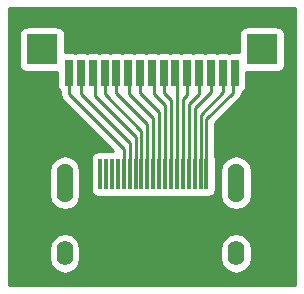
<source format=gbr>
G04 #@! TF.FileFunction,Copper,L1,Top,Signal*
%FSLAX46Y46*%
G04 Gerber Fmt 4.6, Leading zero omitted, Abs format (unit mm)*
G04 Created by KiCad (PCBNEW 4.0.4-stable) date Tuesday 14 February 2017 01:11:44*
%MOMM*%
%LPD*%
G01*
G04 APERTURE LIST*
%ADD10C,0.100000*%
%ADD11R,0.700000X2.200000*%
%ADD12R,2.600000X2.600000*%
%ADD13O,1.400000X2.100000*%
%ADD14O,1.400000X3.300000*%
%ADD15R,0.300000X2.600000*%
%ADD16C,0.250000*%
%ADD17C,0.254000*%
G04 APERTURE END LIST*
D10*
D11*
X168165001Y-109315000D03*
X167165001Y-109315000D03*
X166165001Y-109315000D03*
X165165001Y-109315000D03*
X164165001Y-109315000D03*
X163165001Y-109315000D03*
X162165001Y-109315000D03*
X161165001Y-109315000D03*
X160165001Y-109315000D03*
X159165001Y-109315000D03*
X158165001Y-109315000D03*
X157165001Y-109315000D03*
X156165001Y-109315000D03*
X155165001Y-109315000D03*
X154165001Y-109315000D03*
D12*
X151865001Y-107315000D03*
X170465001Y-107315000D03*
D13*
X153786000Y-124578000D03*
X168286000Y-124578000D03*
D14*
X153786000Y-118618000D03*
X168286000Y-118618000D03*
D15*
X165786000Y-117868000D03*
X165286000Y-117868000D03*
X164786000Y-117868000D03*
X164286000Y-117868000D03*
X163786000Y-117868000D03*
X163286000Y-117868000D03*
X162786000Y-117868000D03*
X162286000Y-117868000D03*
X161786000Y-117868000D03*
X161286000Y-117868000D03*
X160786000Y-117868000D03*
X160286000Y-117868000D03*
X159786000Y-117868000D03*
X159286000Y-117868000D03*
X158786000Y-117868000D03*
X158286000Y-117868000D03*
X157786000Y-117868000D03*
X157286000Y-117868000D03*
X156786000Y-117868000D03*
D16*
X165786000Y-117868000D02*
X165786000Y-113233000D01*
X168021000Y-110998000D02*
X168021000Y-109459001D01*
X165786000Y-113233000D02*
X168021000Y-110998000D01*
X168021000Y-109459001D02*
X168165001Y-109315000D01*
X165286000Y-117868000D02*
X165286000Y-112844000D01*
X167165001Y-110964999D02*
X167165001Y-109315000D01*
X165286000Y-112844000D02*
X167165001Y-110964999D01*
X164786000Y-117868000D02*
X164786000Y-112317998D01*
X166165001Y-110938997D02*
X166165001Y-109315000D01*
X164786000Y-112317998D02*
X166165001Y-110938997D01*
X164286000Y-117868000D02*
X164286000Y-111939000D01*
X165165001Y-111059999D02*
X165165001Y-109315000D01*
X164286000Y-111939000D02*
X165165001Y-111059999D01*
X163786000Y-117868000D02*
X163786000Y-111550000D01*
X164165001Y-111170999D02*
X164165001Y-109315000D01*
X163786000Y-111550000D02*
X164165001Y-111170999D01*
X163286000Y-117868000D02*
X163286000Y-109435999D01*
X163286000Y-109435999D02*
X163165001Y-109315000D01*
X162786000Y-117868000D02*
X162786000Y-111605000D01*
X162165001Y-110984001D02*
X162165001Y-109315000D01*
X162786000Y-111605000D02*
X162165001Y-110984001D01*
X162286000Y-117868000D02*
X162286000Y-112063998D01*
X161347002Y-111125000D02*
X161347002Y-109497001D01*
X162286000Y-112063998D02*
X161347002Y-111125000D01*
X161347002Y-109497001D02*
X161165001Y-109315000D01*
X161290000Y-110139999D02*
X161165001Y-110015000D01*
X161786000Y-117868000D02*
X161786000Y-112637000D01*
X160147000Y-110998000D02*
X160147000Y-109333001D01*
X161786000Y-112637000D02*
X160147000Y-110998000D01*
X160147000Y-109333001D02*
X160165001Y-109315000D01*
X161286000Y-117868000D02*
X161286000Y-113153000D01*
X159258000Y-111125000D02*
X159258000Y-109407999D01*
X161286000Y-113153000D02*
X159258000Y-111125000D01*
X159258000Y-109407999D02*
X159165001Y-109315000D01*
X160786000Y-117868000D02*
X160786000Y-113669000D01*
X158115000Y-110998000D02*
X158115000Y-109365001D01*
X160786000Y-113669000D02*
X158115000Y-110998000D01*
X158115000Y-109365001D02*
X158165001Y-109315000D01*
X160286000Y-117868000D02*
X160286000Y-114185000D01*
X157226000Y-111125000D02*
X157226000Y-109375999D01*
X160286000Y-114185000D02*
X157226000Y-111125000D01*
X157226000Y-109375999D02*
X157165001Y-109315000D01*
X159786000Y-117868000D02*
X159786000Y-114701000D01*
X156337000Y-111252000D02*
X156337000Y-109486999D01*
X159786000Y-114701000D02*
X156337000Y-111252000D01*
X156337000Y-109486999D02*
X156165001Y-109315000D01*
X159286000Y-117868000D02*
X159286000Y-115217000D01*
X155194000Y-111125000D02*
X155194000Y-109343999D01*
X159286000Y-115217000D02*
X155194000Y-111125000D01*
X155194000Y-109343999D02*
X155165001Y-109315000D01*
X158786000Y-117868000D02*
X158786000Y-115733000D01*
X154178000Y-111125000D02*
X154178000Y-109327999D01*
X158786000Y-115733000D02*
X154178000Y-111125000D01*
X154178000Y-109327999D02*
X154165001Y-109315000D01*
D17*
G36*
X173280000Y-127306000D02*
X149046000Y-127306000D01*
X149046000Y-124194989D01*
X152451000Y-124194989D01*
X152451000Y-124961011D01*
X152552621Y-125471893D01*
X152842012Y-125904999D01*
X153275118Y-126194390D01*
X153786000Y-126296011D01*
X154296882Y-126194390D01*
X154729988Y-125904999D01*
X155019379Y-125471893D01*
X155121000Y-124961011D01*
X155121000Y-124194989D01*
X166951000Y-124194989D01*
X166951000Y-124961011D01*
X167052621Y-125471893D01*
X167342012Y-125904999D01*
X167775118Y-126194390D01*
X168286000Y-126296011D01*
X168796882Y-126194390D01*
X169229988Y-125904999D01*
X169519379Y-125471893D01*
X169621000Y-124961011D01*
X169621000Y-124194989D01*
X169519379Y-123684107D01*
X169229988Y-123251001D01*
X168796882Y-122961610D01*
X168286000Y-122859989D01*
X167775118Y-122961610D01*
X167342012Y-123251001D01*
X167052621Y-123684107D01*
X166951000Y-124194989D01*
X155121000Y-124194989D01*
X155019379Y-123684107D01*
X154729988Y-123251001D01*
X154296882Y-122961610D01*
X153786000Y-122859989D01*
X153275118Y-122961610D01*
X152842012Y-123251001D01*
X152552621Y-123684107D01*
X152451000Y-124194989D01*
X149046000Y-124194989D01*
X149046000Y-117623234D01*
X152451000Y-117623234D01*
X152451000Y-119612766D01*
X152552621Y-120123648D01*
X152842012Y-120556754D01*
X153275118Y-120846145D01*
X153786000Y-120947766D01*
X154296882Y-120846145D01*
X154729988Y-120556754D01*
X155019379Y-120123648D01*
X155121000Y-119612766D01*
X155121000Y-117623234D01*
X155019379Y-117112352D01*
X154729988Y-116679246D01*
X154296882Y-116389855D01*
X153786000Y-116288234D01*
X153275118Y-116389855D01*
X152842012Y-116679246D01*
X152552621Y-117112352D01*
X152451000Y-117623234D01*
X149046000Y-117623234D01*
X149046000Y-106015000D01*
X149917561Y-106015000D01*
X149917561Y-108615000D01*
X149930001Y-108681113D01*
X149930001Y-108741310D01*
X149950756Y-108791418D01*
X149961839Y-108850317D01*
X149999208Y-108908390D01*
X150026674Y-108974699D01*
X150069316Y-109017340D01*
X150100911Y-109066441D01*
X150156181Y-109104206D01*
X150205303Y-109153327D01*
X150263127Y-109177279D01*
X150313111Y-109211431D01*
X150376634Y-109224295D01*
X150438692Y-109250000D01*
X150503570Y-109250000D01*
X150565001Y-109262440D01*
X153165001Y-109262440D01*
X153167561Y-109261958D01*
X153167561Y-110415000D01*
X153211839Y-110650317D01*
X153350911Y-110866441D01*
X153418000Y-110912281D01*
X153418000Y-111125000D01*
X153475852Y-111415839D01*
X153640599Y-111662401D01*
X157898758Y-115920560D01*
X157636000Y-115920560D01*
X157532329Y-115940067D01*
X157436000Y-115920560D01*
X157136000Y-115920560D01*
X157032329Y-115940067D01*
X156936000Y-115920560D01*
X156636000Y-115920560D01*
X156400683Y-115964838D01*
X156184559Y-116103910D01*
X156039569Y-116316110D01*
X155988560Y-116568000D01*
X155988560Y-119168000D01*
X156032838Y-119403317D01*
X156171910Y-119619441D01*
X156384110Y-119764431D01*
X156636000Y-119815440D01*
X156936000Y-119815440D01*
X157039671Y-119795933D01*
X157136000Y-119815440D01*
X157436000Y-119815440D01*
X157539671Y-119795933D01*
X157636000Y-119815440D01*
X157936000Y-119815440D01*
X158039671Y-119795933D01*
X158136000Y-119815440D01*
X158436000Y-119815440D01*
X158539671Y-119795933D01*
X158636000Y-119815440D01*
X158936000Y-119815440D01*
X159039671Y-119795933D01*
X159136000Y-119815440D01*
X159436000Y-119815440D01*
X159539671Y-119795933D01*
X159636000Y-119815440D01*
X159936000Y-119815440D01*
X160039671Y-119795933D01*
X160136000Y-119815440D01*
X160436000Y-119815440D01*
X160539671Y-119795933D01*
X160636000Y-119815440D01*
X160936000Y-119815440D01*
X161039671Y-119795933D01*
X161136000Y-119815440D01*
X161436000Y-119815440D01*
X161539671Y-119795933D01*
X161636000Y-119815440D01*
X161936000Y-119815440D01*
X162039671Y-119795933D01*
X162136000Y-119815440D01*
X162436000Y-119815440D01*
X162539671Y-119795933D01*
X162636000Y-119815440D01*
X162936000Y-119815440D01*
X163039671Y-119795933D01*
X163136000Y-119815440D01*
X163436000Y-119815440D01*
X163539671Y-119795933D01*
X163636000Y-119815440D01*
X163936000Y-119815440D01*
X164039671Y-119795933D01*
X164136000Y-119815440D01*
X164436000Y-119815440D01*
X164539671Y-119795933D01*
X164636000Y-119815440D01*
X164936000Y-119815440D01*
X165039671Y-119795933D01*
X165136000Y-119815440D01*
X165436000Y-119815440D01*
X165539671Y-119795933D01*
X165636000Y-119815440D01*
X165936000Y-119815440D01*
X166171317Y-119771162D01*
X166387441Y-119632090D01*
X166532431Y-119419890D01*
X166583440Y-119168000D01*
X166583440Y-117623234D01*
X166951000Y-117623234D01*
X166951000Y-119612766D01*
X167052621Y-120123648D01*
X167342012Y-120556754D01*
X167775118Y-120846145D01*
X168286000Y-120947766D01*
X168796882Y-120846145D01*
X169229988Y-120556754D01*
X169519379Y-120123648D01*
X169621000Y-119612766D01*
X169621000Y-117623234D01*
X169519379Y-117112352D01*
X169229988Y-116679246D01*
X168796882Y-116389855D01*
X168286000Y-116288234D01*
X167775118Y-116389855D01*
X167342012Y-116679246D01*
X167052621Y-117112352D01*
X166951000Y-117623234D01*
X166583440Y-117623234D01*
X166583440Y-116568000D01*
X166546000Y-116369024D01*
X166546000Y-113547802D01*
X168558401Y-111535401D01*
X168723148Y-111288840D01*
X168780904Y-110998480D01*
X168966442Y-110879090D01*
X169111432Y-110666890D01*
X169162441Y-110415000D01*
X169162441Y-109261922D01*
X169165001Y-109262440D01*
X171765001Y-109262440D01*
X171831114Y-109250000D01*
X171891310Y-109250000D01*
X171941417Y-109229245D01*
X172000318Y-109218162D01*
X172058392Y-109180792D01*
X172124699Y-109153327D01*
X172167340Y-109110686D01*
X172216442Y-109079090D01*
X172254206Y-109023821D01*
X172303328Y-108974699D01*
X172327281Y-108916872D01*
X172361432Y-108866890D01*
X172374295Y-108803369D01*
X172400001Y-108741310D01*
X172400001Y-108676431D01*
X172412441Y-108615000D01*
X172412441Y-106015000D01*
X172400001Y-105948887D01*
X172400001Y-105888690D01*
X172379246Y-105838582D01*
X172368163Y-105779683D01*
X172330794Y-105721610D01*
X172303328Y-105655301D01*
X172260686Y-105612660D01*
X172229091Y-105563559D01*
X172173821Y-105525794D01*
X172124699Y-105476673D01*
X172066875Y-105452721D01*
X172016891Y-105418569D01*
X171953368Y-105405705D01*
X171891310Y-105380000D01*
X171826432Y-105380000D01*
X171765001Y-105367560D01*
X169165001Y-105367560D01*
X169098888Y-105380000D01*
X169038692Y-105380000D01*
X168988585Y-105400755D01*
X168929684Y-105411838D01*
X168871610Y-105449208D01*
X168805303Y-105476673D01*
X168762662Y-105519314D01*
X168713560Y-105550910D01*
X168675796Y-105606179D01*
X168626674Y-105655301D01*
X168602721Y-105713128D01*
X168568570Y-105763110D01*
X168555707Y-105826631D01*
X168530001Y-105888690D01*
X168530001Y-105953569D01*
X168517561Y-106015000D01*
X168517561Y-107568078D01*
X168515001Y-107567560D01*
X167815001Y-107567560D01*
X167659494Y-107596821D01*
X167515001Y-107567560D01*
X166815001Y-107567560D01*
X166659494Y-107596821D01*
X166515001Y-107567560D01*
X165815001Y-107567560D01*
X165659494Y-107596821D01*
X165515001Y-107567560D01*
X164815001Y-107567560D01*
X164659494Y-107596821D01*
X164515001Y-107567560D01*
X163815001Y-107567560D01*
X163659494Y-107596821D01*
X163515001Y-107567560D01*
X162815001Y-107567560D01*
X162659494Y-107596821D01*
X162515001Y-107567560D01*
X161815001Y-107567560D01*
X161659494Y-107596821D01*
X161515001Y-107567560D01*
X160815001Y-107567560D01*
X160659494Y-107596821D01*
X160515001Y-107567560D01*
X159815001Y-107567560D01*
X159659494Y-107596821D01*
X159515001Y-107567560D01*
X158815001Y-107567560D01*
X158659494Y-107596821D01*
X158515001Y-107567560D01*
X157815001Y-107567560D01*
X157659494Y-107596821D01*
X157515001Y-107567560D01*
X156815001Y-107567560D01*
X156659494Y-107596821D01*
X156515001Y-107567560D01*
X155815001Y-107567560D01*
X155659494Y-107596821D01*
X155515001Y-107567560D01*
X154815001Y-107567560D01*
X154659494Y-107596821D01*
X154515001Y-107567560D01*
X153815001Y-107567560D01*
X153812441Y-107568042D01*
X153812441Y-106015000D01*
X153800001Y-105948887D01*
X153800001Y-105888690D01*
X153779246Y-105838582D01*
X153768163Y-105779683D01*
X153730794Y-105721610D01*
X153703328Y-105655301D01*
X153660686Y-105612660D01*
X153629091Y-105563559D01*
X153573821Y-105525794D01*
X153524699Y-105476673D01*
X153466875Y-105452721D01*
X153416891Y-105418569D01*
X153353368Y-105405705D01*
X153291310Y-105380000D01*
X153226432Y-105380000D01*
X153165001Y-105367560D01*
X150565001Y-105367560D01*
X150498888Y-105380000D01*
X150438692Y-105380000D01*
X150388585Y-105400755D01*
X150329684Y-105411838D01*
X150271610Y-105449208D01*
X150205303Y-105476673D01*
X150162662Y-105519314D01*
X150113560Y-105550910D01*
X150075796Y-105606179D01*
X150026674Y-105655301D01*
X150002721Y-105713128D01*
X149968570Y-105763110D01*
X149955707Y-105826631D01*
X149930001Y-105888690D01*
X149930001Y-105953569D01*
X149917561Y-106015000D01*
X149046000Y-106015000D01*
X149046000Y-103834000D01*
X173280000Y-103834000D01*
X173280000Y-127306000D01*
X173280000Y-127306000D01*
G37*
X173280000Y-127306000D02*
X149046000Y-127306000D01*
X149046000Y-124194989D01*
X152451000Y-124194989D01*
X152451000Y-124961011D01*
X152552621Y-125471893D01*
X152842012Y-125904999D01*
X153275118Y-126194390D01*
X153786000Y-126296011D01*
X154296882Y-126194390D01*
X154729988Y-125904999D01*
X155019379Y-125471893D01*
X155121000Y-124961011D01*
X155121000Y-124194989D01*
X166951000Y-124194989D01*
X166951000Y-124961011D01*
X167052621Y-125471893D01*
X167342012Y-125904999D01*
X167775118Y-126194390D01*
X168286000Y-126296011D01*
X168796882Y-126194390D01*
X169229988Y-125904999D01*
X169519379Y-125471893D01*
X169621000Y-124961011D01*
X169621000Y-124194989D01*
X169519379Y-123684107D01*
X169229988Y-123251001D01*
X168796882Y-122961610D01*
X168286000Y-122859989D01*
X167775118Y-122961610D01*
X167342012Y-123251001D01*
X167052621Y-123684107D01*
X166951000Y-124194989D01*
X155121000Y-124194989D01*
X155019379Y-123684107D01*
X154729988Y-123251001D01*
X154296882Y-122961610D01*
X153786000Y-122859989D01*
X153275118Y-122961610D01*
X152842012Y-123251001D01*
X152552621Y-123684107D01*
X152451000Y-124194989D01*
X149046000Y-124194989D01*
X149046000Y-117623234D01*
X152451000Y-117623234D01*
X152451000Y-119612766D01*
X152552621Y-120123648D01*
X152842012Y-120556754D01*
X153275118Y-120846145D01*
X153786000Y-120947766D01*
X154296882Y-120846145D01*
X154729988Y-120556754D01*
X155019379Y-120123648D01*
X155121000Y-119612766D01*
X155121000Y-117623234D01*
X155019379Y-117112352D01*
X154729988Y-116679246D01*
X154296882Y-116389855D01*
X153786000Y-116288234D01*
X153275118Y-116389855D01*
X152842012Y-116679246D01*
X152552621Y-117112352D01*
X152451000Y-117623234D01*
X149046000Y-117623234D01*
X149046000Y-106015000D01*
X149917561Y-106015000D01*
X149917561Y-108615000D01*
X149930001Y-108681113D01*
X149930001Y-108741310D01*
X149950756Y-108791418D01*
X149961839Y-108850317D01*
X149999208Y-108908390D01*
X150026674Y-108974699D01*
X150069316Y-109017340D01*
X150100911Y-109066441D01*
X150156181Y-109104206D01*
X150205303Y-109153327D01*
X150263127Y-109177279D01*
X150313111Y-109211431D01*
X150376634Y-109224295D01*
X150438692Y-109250000D01*
X150503570Y-109250000D01*
X150565001Y-109262440D01*
X153165001Y-109262440D01*
X153167561Y-109261958D01*
X153167561Y-110415000D01*
X153211839Y-110650317D01*
X153350911Y-110866441D01*
X153418000Y-110912281D01*
X153418000Y-111125000D01*
X153475852Y-111415839D01*
X153640599Y-111662401D01*
X157898758Y-115920560D01*
X157636000Y-115920560D01*
X157532329Y-115940067D01*
X157436000Y-115920560D01*
X157136000Y-115920560D01*
X157032329Y-115940067D01*
X156936000Y-115920560D01*
X156636000Y-115920560D01*
X156400683Y-115964838D01*
X156184559Y-116103910D01*
X156039569Y-116316110D01*
X155988560Y-116568000D01*
X155988560Y-119168000D01*
X156032838Y-119403317D01*
X156171910Y-119619441D01*
X156384110Y-119764431D01*
X156636000Y-119815440D01*
X156936000Y-119815440D01*
X157039671Y-119795933D01*
X157136000Y-119815440D01*
X157436000Y-119815440D01*
X157539671Y-119795933D01*
X157636000Y-119815440D01*
X157936000Y-119815440D01*
X158039671Y-119795933D01*
X158136000Y-119815440D01*
X158436000Y-119815440D01*
X158539671Y-119795933D01*
X158636000Y-119815440D01*
X158936000Y-119815440D01*
X159039671Y-119795933D01*
X159136000Y-119815440D01*
X159436000Y-119815440D01*
X159539671Y-119795933D01*
X159636000Y-119815440D01*
X159936000Y-119815440D01*
X160039671Y-119795933D01*
X160136000Y-119815440D01*
X160436000Y-119815440D01*
X160539671Y-119795933D01*
X160636000Y-119815440D01*
X160936000Y-119815440D01*
X161039671Y-119795933D01*
X161136000Y-119815440D01*
X161436000Y-119815440D01*
X161539671Y-119795933D01*
X161636000Y-119815440D01*
X161936000Y-119815440D01*
X162039671Y-119795933D01*
X162136000Y-119815440D01*
X162436000Y-119815440D01*
X162539671Y-119795933D01*
X162636000Y-119815440D01*
X162936000Y-119815440D01*
X163039671Y-119795933D01*
X163136000Y-119815440D01*
X163436000Y-119815440D01*
X163539671Y-119795933D01*
X163636000Y-119815440D01*
X163936000Y-119815440D01*
X164039671Y-119795933D01*
X164136000Y-119815440D01*
X164436000Y-119815440D01*
X164539671Y-119795933D01*
X164636000Y-119815440D01*
X164936000Y-119815440D01*
X165039671Y-119795933D01*
X165136000Y-119815440D01*
X165436000Y-119815440D01*
X165539671Y-119795933D01*
X165636000Y-119815440D01*
X165936000Y-119815440D01*
X166171317Y-119771162D01*
X166387441Y-119632090D01*
X166532431Y-119419890D01*
X166583440Y-119168000D01*
X166583440Y-117623234D01*
X166951000Y-117623234D01*
X166951000Y-119612766D01*
X167052621Y-120123648D01*
X167342012Y-120556754D01*
X167775118Y-120846145D01*
X168286000Y-120947766D01*
X168796882Y-120846145D01*
X169229988Y-120556754D01*
X169519379Y-120123648D01*
X169621000Y-119612766D01*
X169621000Y-117623234D01*
X169519379Y-117112352D01*
X169229988Y-116679246D01*
X168796882Y-116389855D01*
X168286000Y-116288234D01*
X167775118Y-116389855D01*
X167342012Y-116679246D01*
X167052621Y-117112352D01*
X166951000Y-117623234D01*
X166583440Y-117623234D01*
X166583440Y-116568000D01*
X166546000Y-116369024D01*
X166546000Y-113547802D01*
X168558401Y-111535401D01*
X168723148Y-111288840D01*
X168780904Y-110998480D01*
X168966442Y-110879090D01*
X169111432Y-110666890D01*
X169162441Y-110415000D01*
X169162441Y-109261922D01*
X169165001Y-109262440D01*
X171765001Y-109262440D01*
X171831114Y-109250000D01*
X171891310Y-109250000D01*
X171941417Y-109229245D01*
X172000318Y-109218162D01*
X172058392Y-109180792D01*
X172124699Y-109153327D01*
X172167340Y-109110686D01*
X172216442Y-109079090D01*
X172254206Y-109023821D01*
X172303328Y-108974699D01*
X172327281Y-108916872D01*
X172361432Y-108866890D01*
X172374295Y-108803369D01*
X172400001Y-108741310D01*
X172400001Y-108676431D01*
X172412441Y-108615000D01*
X172412441Y-106015000D01*
X172400001Y-105948887D01*
X172400001Y-105888690D01*
X172379246Y-105838582D01*
X172368163Y-105779683D01*
X172330794Y-105721610D01*
X172303328Y-105655301D01*
X172260686Y-105612660D01*
X172229091Y-105563559D01*
X172173821Y-105525794D01*
X172124699Y-105476673D01*
X172066875Y-105452721D01*
X172016891Y-105418569D01*
X171953368Y-105405705D01*
X171891310Y-105380000D01*
X171826432Y-105380000D01*
X171765001Y-105367560D01*
X169165001Y-105367560D01*
X169098888Y-105380000D01*
X169038692Y-105380000D01*
X168988585Y-105400755D01*
X168929684Y-105411838D01*
X168871610Y-105449208D01*
X168805303Y-105476673D01*
X168762662Y-105519314D01*
X168713560Y-105550910D01*
X168675796Y-105606179D01*
X168626674Y-105655301D01*
X168602721Y-105713128D01*
X168568570Y-105763110D01*
X168555707Y-105826631D01*
X168530001Y-105888690D01*
X168530001Y-105953569D01*
X168517561Y-106015000D01*
X168517561Y-107568078D01*
X168515001Y-107567560D01*
X167815001Y-107567560D01*
X167659494Y-107596821D01*
X167515001Y-107567560D01*
X166815001Y-107567560D01*
X166659494Y-107596821D01*
X166515001Y-107567560D01*
X165815001Y-107567560D01*
X165659494Y-107596821D01*
X165515001Y-107567560D01*
X164815001Y-107567560D01*
X164659494Y-107596821D01*
X164515001Y-107567560D01*
X163815001Y-107567560D01*
X163659494Y-107596821D01*
X163515001Y-107567560D01*
X162815001Y-107567560D01*
X162659494Y-107596821D01*
X162515001Y-107567560D01*
X161815001Y-107567560D01*
X161659494Y-107596821D01*
X161515001Y-107567560D01*
X160815001Y-107567560D01*
X160659494Y-107596821D01*
X160515001Y-107567560D01*
X159815001Y-107567560D01*
X159659494Y-107596821D01*
X159515001Y-107567560D01*
X158815001Y-107567560D01*
X158659494Y-107596821D01*
X158515001Y-107567560D01*
X157815001Y-107567560D01*
X157659494Y-107596821D01*
X157515001Y-107567560D01*
X156815001Y-107567560D01*
X156659494Y-107596821D01*
X156515001Y-107567560D01*
X155815001Y-107567560D01*
X155659494Y-107596821D01*
X155515001Y-107567560D01*
X154815001Y-107567560D01*
X154659494Y-107596821D01*
X154515001Y-107567560D01*
X153815001Y-107567560D01*
X153812441Y-107568042D01*
X153812441Y-106015000D01*
X153800001Y-105948887D01*
X153800001Y-105888690D01*
X153779246Y-105838582D01*
X153768163Y-105779683D01*
X153730794Y-105721610D01*
X153703328Y-105655301D01*
X153660686Y-105612660D01*
X153629091Y-105563559D01*
X153573821Y-105525794D01*
X153524699Y-105476673D01*
X153466875Y-105452721D01*
X153416891Y-105418569D01*
X153353368Y-105405705D01*
X153291310Y-105380000D01*
X153226432Y-105380000D01*
X153165001Y-105367560D01*
X150565001Y-105367560D01*
X150498888Y-105380000D01*
X150438692Y-105380000D01*
X150388585Y-105400755D01*
X150329684Y-105411838D01*
X150271610Y-105449208D01*
X150205303Y-105476673D01*
X150162662Y-105519314D01*
X150113560Y-105550910D01*
X150075796Y-105606179D01*
X150026674Y-105655301D01*
X150002721Y-105713128D01*
X149968570Y-105763110D01*
X149955707Y-105826631D01*
X149930001Y-105888690D01*
X149930001Y-105953569D01*
X149917561Y-106015000D01*
X149046000Y-106015000D01*
X149046000Y-103834000D01*
X173280000Y-103834000D01*
X173280000Y-127306000D01*
M02*

</source>
